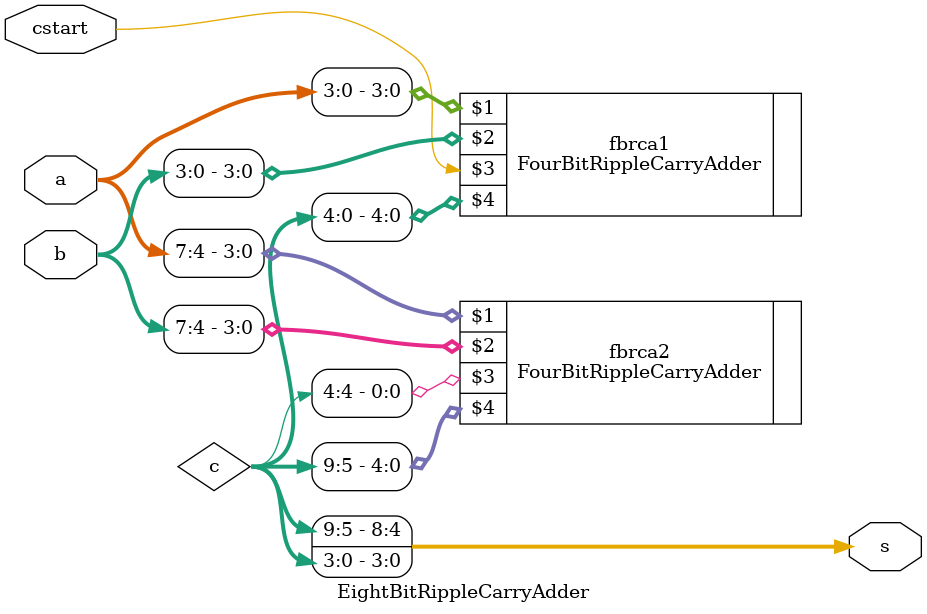
<source format=v>
module EightBitRippleCarryAdder(a,b,cstart,s);
   output [8:0] s;
   input [7:0] a,b;
   input cstart;
   wire [9:0] c;
   FourBitRippleCarryAdder fbrca1(a[3:0],b[3:0],cstart,c[4:0]);
   FourBitRippleCarryAdder fbrca2(a[7:4],b[7:4],c[4],c[9:5]);  
   assign s[3:0]=c[3:0];
   assign s[8:4]=c[9:5];
endmodule
</source>
